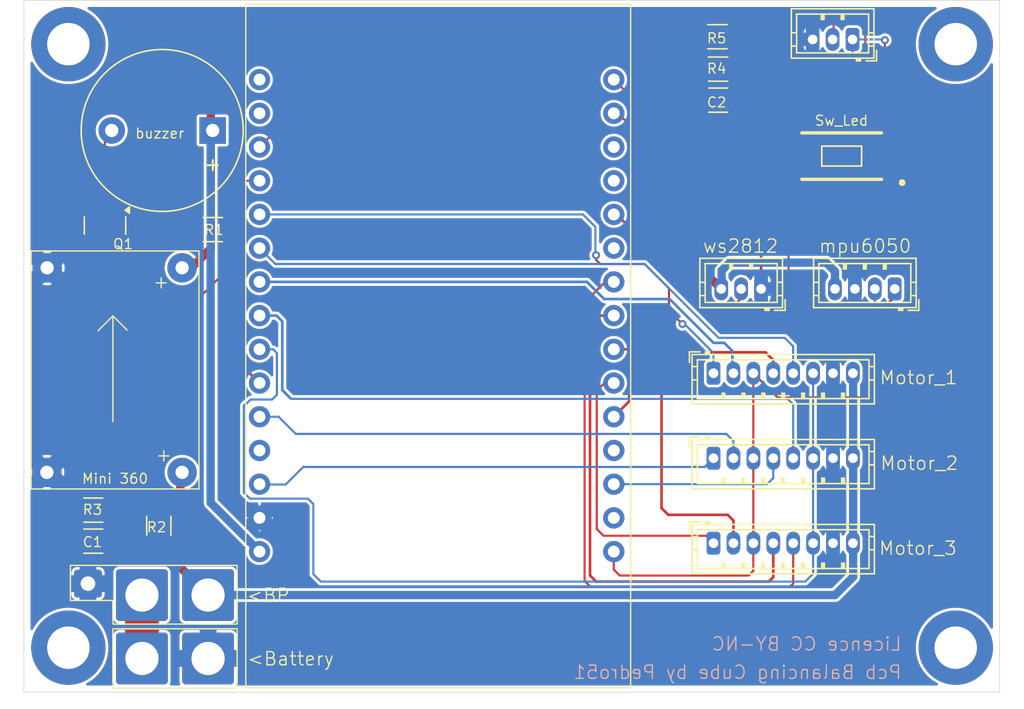
<source format=kicad_pcb>
(kicad_pcb (version 20241229) (generator "pcbnew") (generator_version "9.0")
  (layers (0 "F.Cu" signal) (2 "B.Cu" signal) (13 "F.Paste" user) (15 "B.Paste" user) (5 "F.SilkS" user "F.Silkscreen") (7 "B.SilkS" user "B.Silkscreen") (1 "F.Mask" user) (3 "B.Mask" user) (25 "Edge.Cuts" user))
  (net 0 "")
  (net 1 "+BATT")
  (net 2 "-BATT")
  (net 3 "Net-(BZ1--)")
  (net 4 "Net-(Q1-B)")
  (net 5 "+5V")
  (net 6 "Adc batt")
  (net 7 "Net-(J2-Pin_1)")
  (net 8 "Net-(J6-Pin_5)")
  (net 9 "Net-(J6-Pin_6)")
  (net 10 "Net-(J6-Pin_2)")
  (net 11 "Net-(J6-Pin_4)")
  (net 12 "Net-(J7-Pin_5)")
  (net 13 "Net-(J7-Pin_4)")
  (net 14 "Net-(J7-Pin_1)")
  (net 15 "Net-(J7-Pin_2)")
  (net 16 "Net-(J8-Pin_4)")
  (net 17 "Net-(J8-Pin_2)")
  (net 18 "Net-(J8-Pin_5)")
  (net 19 "Net-(J8-Pin_1)")
  (net 20 "unconnected-(U2-D19-Pad25)")
  (net 22 "unconnected-(U2-D2-Pad19)")
  (net 23 "SDA")
  (net 24 "SCL")
  (net 25 "WS2812")
  (net 26 "cmd buzzer")
  (net 32 "Net-(J6-Pin_1)")
  (net 33 "Push_Led")
  (net 34 "+3.3V")
  (net 35 "Net-(J14-Pin_2)")
  (footprint "Capacitor_SMD:C_1206_3216Metric" (layer "F.Cu") (at 118.9736 109.0676 180)
    (property "Reference" "C1" (hide yes))
    (property "Value" "100nf" (hide yes))
    (pad "1" smd roundrect (at -1.475 0 180) (size 1.15 1.8) (layers "F.Cu" "F.Mask" "F.Paste") (roundrect_rratio 0.217391) (net 6 "Adc batt"))
    (pad "2" smd roundrect (at 1.475 0 180) (size 1.15 1.8) (layers "F.Cu" "F.Mask" "F.Paste") (roundrect_rratio 0.217391) (net 2 "-BATT"))
  )
  (footprint "Connector_Wire:SolderWire-2sqmm_1x01_D2mm_OD3.9mm" (layer "F.Cu") (at 127.6096 113.1316)
    (property "Reference" "J1" (hide yes))
    (property "Value" "Conn_01x01" (hide yes))
    (pad "1" thru_hole roundrect (at 0 0) (size 3.9 3.9) (drill 2.5) (layers "*.Cu" "*.Mask") (roundrect_rratio 0.064103) (net 1 "+BATT"))
  )
  (footprint "Connector_JST:JST_ZH_B8B-ZR_1x08_P1.50mm_Vertical" (layer "F.Cu") (at 165.6588 109.22)
    (property "Reference" "J8" (hide yes))
    (property "Value" "Conn_01x08_Pin" (hide yes))
    (pad "1" thru_hole roundrect (at 0 0) (size 1.03 1.73) (drill 0.73) (layers "*.Cu" "*.Mask") (roundrect_rratio 0.242718) (net 19 "Net-(J8-Pin_1)"))
    (pad "2" thru_hole oval (at 1.5 0) (size 1.03 1.73) (drill 0.73) (layers "*.Cu" "*.Mask") (net 17 "Net-(J8-Pin_2)"))
    (pad "3" thru_hole oval (at 3 0) (size 1.03 1.73) (drill 0.73) (layers "*.Cu" "*.Mask") (net 34 "+3.3V"))
    (pad "4" thru_hole oval (at 4.5 0) (size 1.03 1.73) (drill 0.73) (layers "*.Cu" "*.Mask") (net 16 "Net-(J8-Pin_4)"))
    (pad "5" thru_hole oval (at 6 0) (size 1.03 1.73) (drill 0.73) (layers "*.Cu" "*.Mask") (net 18 "Net-(J8-Pin_5)"))
    (pad "6" thru_hole oval (at 7.5 0) (size 1.03 1.73) (drill 0.73) (layers "*.Cu" "*.Mask") (net 9 "Net-(J6-Pin_6)"))
    (pad "7" thru_hole oval (at 9 0) (size 1.03 1.73) (drill 0.73) (layers "*.Cu" "*.Mask") (net 2 "-BATT"))
    (pad "8" thru_hole oval (at 10.5 0) (size 1.03 1.73) (drill 0.73) (layers "*.Cu" "*.Mask") (net 1 "+BATT"))
  )
  (footprint "Capacitor_SMD:C_1206_3216Metric" (layer "F.Cu") (at 166.0162 75.8444)
    (property "Reference" "C2" (hide yes))
    (property "Value" "100nf" (hide yes))
    (pad "1" smd roundrect (at -1.475 0) (size 1.15 1.8) (layers "F.Cu" "F.Mask" "F.Paste") (roundrect_rratio 0.217391) (net 33 "Push_Led"))
    (pad "2" smd roundrect (at 1.475 0) (size 1.15 1.8) (layers "F.Cu" "F.Mask" "F.Paste") (roundrect_rratio 0.217391) (net 2 "-BATT"))
  )
  (footprint "Connector_JST:JST_ZH_B8B-ZR_1x08_P1.50mm_Vertical" (layer "F.Cu") (at 165.6588 102.8192)
    (property "Reference" "J7" (hide yes))
    (property "Value" "Conn_01x08_Pin" (hide yes))
    (pad "1" thru_hole roundrect (at 0 0) (size 1.03 1.73) (drill 0.73) (layers "*.Cu" "*.Mask") (roundrect_rratio 0.242718) (net 14 "Net-(J7-Pin_1)"))
    (pad "2" thru_hole oval (at 1.5 0) (size 1.03 1.73) (drill 0.73) (layers "*.Cu" "*.Mask") (net 15 "Net-(J7-Pin_2)"))
    (pad "3" thru_hole oval (at 3 0) (size 1.03 1.73) (drill 0.73) (layers "*.Cu" "*.Mask") (net 34 "+3.3V"))
    (pad "4" thru_hole oval (at 4.5 0) (size 1.03 1.73) (drill 0.73) (layers "*.Cu" "*.Mask") (net 13 "Net-(J7-Pin_4)"))
    (pad "5" thru_hole oval (at 6 0) (size 1.03 1.73) (drill 0.73) (layers "*.Cu" "*.Mask") (net 12 "Net-(J7-Pin_5)"))
    (pad "6" thru_hole oval (at 7.5 0) (size 1.03 1.73) (drill 0.73) (layers "*.Cu" "*.Mask") (net 9 "Net-(J6-Pin_6)"))
    (pad "7" thru_hole oval (at 9 0) (size 1.03 1.73) (drill 0.73) (layers "*.Cu" "*.Mask") (net 2 "-BATT"))
    (pad "8" thru_hole oval (at 10.5 0) (size 1.03 1.73) (drill 0.73) (layers "*.Cu" "*.Mask") (net 1 "+BATT"))
  )
  (footprint "Capacitor_SMD:C_1206_3216Metric" (layer "F.Cu") (at 123.9012 107.8992 90)
    (property "Reference" "R2" (hide yes))
    (property "Value" "33k" (hide yes))
    (pad "1" smd roundrect (at -1.475 0 90) (size 1.15 1.8) (layers "F.Cu" "F.Mask" "F.Paste") (roundrect_rratio 0.217391) (net 1 "+BATT"))
    (pad "2" smd roundrect (at 1.475 0 90) (size 1.15 1.8) (layers "F.Cu" "F.Mask" "F.Paste") (roundrect_rratio 0.217391) (net 6 "Adc batt"))
  )
  (footprint "Package_TO_SOT_SMD:SOT-23" (layer "F.Cu") (at 119.8513 85.2932 -90)
    (property "Reference" "Q1" (hide yes))
    (property "Value" "MMBT2222A" (hide yes))
    (pad "1" smd roundrect (at -0.9375 -0.95 270) (size 1.475 0.6) (layers "F.Cu" "F.Mask" "F.Paste") (net 4 "Net-(Q1-B)"))
    (pad "2" smd roundrect (at -0.9375 0.95 270) (size 1.475 0.6) (layers "F.Cu" "F.Mask" "F.Paste") (net 2 "-BATT"))
    (pad "3" smd roundrect (at 0.9375 0 270) (size 1.475 0.6) (layers "F.Cu" "F.Mask" "F.Paste") (net 3 "Net-(BZ1--)"))
  )
  (footprint "MesEmpreintes:DCDC buck" (layer "F.Cu") (at 120.5742 85.936)
    (property "Reference" "U1" (hide yes))
    (property "Value" "5v" (hide yes))
    (pad "1" thru_hole circle (at 5.08 17.95) (size 2.22 2.22) (drill 1) (layers "*.Cu" "*.Mask") (net 1 "+BATT"))
    (pad "2" thru_hole circle (at -5.1 17.95) (size 2.22 2.22) (drill 1) (layers "*.Cu" "*.Mask") (net 2 "-BATT"))
    (pad "3" thru_hole circle (at 5.08 2.54) (size 2.22 2.22) (drill 1) (layers "*.Cu" "*.Mask") (net 5 "+5V"))
    (pad "4" thru_hole circle (at -5.08 2.54) (size 2.22 2.22) (drill 1) (layers "*.Cu" "*.Mask") (net 2 "-BATT"))
  )
  (footprint "Resistor_SMD:R_1206_3216Metric" (layer "F.Cu") (at 166.0037 73.5076)
    (property "Reference" "R4" (hide yes))
    (property "Value" "10k" (hide yes))
    (pad "1" smd roundrect (at -1.4625 0) (size 1.125 1.75) (layers "F.Cu" "F.Mask" "F.Paste") (roundrect_rratio 0.222222) (net 33 "Push_Led"))
    (pad "2" smd roundrect (at 1.4625 0) (size 1.125 1.75) (layers "F.Cu" "F.Mask" "F.Paste") (roundrect_rratio 0.222222) (net 34 "+3.3V"))
  )
  (footprint "Connector_JST:JST_ZH_B8B-ZR_1x08_P1.50mm_Vertical" (layer "F.Cu") (at 165.656 96.4184)
    (property "Reference" "J6" (hide yes))
    (property "Value" "Conn_01x08_Pin" (hide yes))
    (pad "1" thru_hole roundrect (at 0 0) (size 1.03 1.73) (drill 0.73) (layers "*.Cu" "*.Mask") (roundrect_rratio 0.242718) (net 32 "Net-(J6-Pin_1)"))
    (pad "2" thru_hole oval (at 1.5 0) (size 1.03 1.73) (drill 0.73) (layers "*.Cu" "*.Mask") (net 10 "Net-(J6-Pin_2)"))
    (pad "3" thru_hole oval (at 3 0) (size 1.03 1.73) (drill 0.73) (layers "*.Cu" "*.Mask") (net 34 "+3.3V"))
    (pad "4" thru_hole oval (at 4.5 0) (size 1.03 1.73) (drill 0.73) (layers "*.Cu" "*.Mask") (net 11 "Net-(J6-Pin_4)"))
    (pad "5" thru_hole oval (at 6 0) (size 1.03 1.73) (drill 0.73) (layers "*.Cu" "*.Mask") (net 8 "Net-(J6-Pin_5)"))
    (pad "6" thru_hole oval (at 7.5 0) (size 1.03 1.73) (drill 0.73) (layers "*.Cu" "*.Mask") (net 9 "Net-(J6-Pin_6)"))
    (pad "7" thru_hole oval (at 9 0) (size 1.03 1.73) (drill 0.73) (layers "*.Cu" "*.Mask") (net 2 "-BATT"))
    (pad "8" thru_hole oval (at 10.5 0) (size 1.03 1.73) (drill 0.73) (layers "*.Cu" "*.Mask") (net 1 "+BATT"))
  )
  (footprint "Connector_Wire:SolderWire-0.5sqmm_1x01_D0.9mm_OD2.1mm" (layer "F.Cu") (at 118.5672 112.268)
    (property "Reference" "J5" (hide yes))
    (property "Value" "Conn_01x01" (hide yes))
    (pad "1" thru_hole roundrect (at 0 0) (size 2.1 2.1) (drill 1.1) (layers "*.Cu" "*.Mask") (roundrect_rratio 0.119048) (net 2 "-BATT"))
  )
  (footprint "Connector_Wire:SolderWire-2sqmm_1x01_D2mm_OD3.9mm" (layer "F.Cu") (at 122.6312 113.1316)
    (property "Reference" "J2" (hide yes))
    (property "Value" "Conn_01x01" (hide yes))
    (pad "1" thru_hole roundrect (at 0 0) (size 3.9 3.9) (drill 2.5) (layers "*.Cu" "*.Mask") (roundrect_rratio 0.064103) (net 7 "Net-(J2-Pin_1)"))
  )
  (footprint "Connector_Wire:SolderWire-2sqmm_1x01_D2mm_OD3.9mm" (layer "F.Cu") (at 122.6312 117.9068)
    (property "Reference" "J3" (hide yes))
    (property "Value" "Conn_01x01" (hide yes))
    (pad "1" thru_hole roundrect (at 0 0) (size 3.9 3.9) (drill 2.5) (layers "*.Cu" "*.Mask") (roundrect_rratio 0.064103) (net 7 "Net-(J2-Pin_1)"))
  )
  (footprint "Connector_JST:JST_ZH_B3B-ZR_1x03_P1.50mm_Vertical" (layer "F.Cu") (at 176.1264 71.2724 180)
    (property "Reference" "J14" (hide yes))
    (property "Value" "Conn_01x03_Pin" (hide yes))
    (pad "1" thru_hole roundrect (at 0 0 180) (size 1.03 1.73) (drill 0.73) (layers "*.Cu" "*.Mask") (roundrect_rratio 0.242718) (net 34 "+3.3V"))
    (pad "2" thru_hole oval (at 1.5 0 180) (size 1.03 1.73) (drill 0.73) (layers "*.Cu" "*.Mask") (net 35 "Net-(J14-Pin_2)"))
    (pad "3" thru_hole oval (at 3 0 180) (size 1.03 1.73) (drill 0.73) (layers "*.Cu" "*.Mask") (net 2 "-BATT"))
  )
  (footprint "Capacitor_SMD:C_1206_3216Metric" (layer "F.Cu") (at 118.9736 106.7308 180)
    (property "Reference" "R3" (hide yes))
    (property "Value" "10k" (hide yes))
    (pad "1" smd roundrect (at -1.475 0 180) (size 1.15 1.8) (layers "F.Cu" "F.Mask" "F.Paste") (roundrect_rratio 0.217391) (net 6 "Adc batt"))
    (pad "2" smd roundrect (at 1.475 0 180) (size 1.15 1.8) (layers "F.Cu" "F.Mask" "F.Paste") (roundrect_rratio 0.217391) (net 2 "-BATT"))
  )
  (footprint "Resistor_SMD:R_1206_3216Metric" (layer "F.Cu") (at 127.9652 85.598 180)
    (property "Reference" "R1" (hide yes))
    (property "Value" "1k" (hide yes))
    (pad "1" smd roundrect (at -1.4625 0 180) (size 1.125 1.75) (layers "F.Cu" "F.Mask" "F.Paste") (roundrect_rratio 0.222222) (net 26 "cmd buzzer"))
    (pad "2" smd roundrect (at 1.4625 0 180) (size 1.125 1.75) (layers "F.Cu" "F.Mask" "F.Paste") (roundrect_rratio 0.222222) (net 4 "Net-(Q1-B)"))
  )
  (footprint "MountingHole:MountingHole_3.2mm_M3_DIN965_Pad" (layer "F.Cu") (at 183.896 117.094)
    (property "Reference" "H4" (hide yes))
    (property "Value" "MountingHole")
    (pad "1" thru_hole circle (at 0 0) (size 5.6 5.6) (drill 3.2) (layers "*.Cu" "*.Mask"))
  )
  (footprint "Resistor_SMD:R_1206_3216Metric" (layer "F.Cu") (at 165.9529 71.0692 180)
    (property "Reference" "R5" (hide yes))
    (property "Value" "1k" (hide yes))
    (pad "1" smd roundrect (at -1.4625 0 180) (size 1.125 1.75) (layers "F.Cu" "F.Mask" "F.Paste") (roundrect_rratio 0.222222) (net 35 "Net-(J14-Pin_2)"))
    (pad "2" smd roundrect (at 1.4625 0 180) (size 1.125 1.75) (layers "F.Cu" "F.Mask" "F.Paste") (roundrect_rratio 0.222222) (net 33 "Push_Led"))
  )
  (footprint "MountingHole:MountingHole_3.2mm_M3_DIN965_Pad" (layer "F.Cu") (at 117.094 71.628)
    (property "Reference" "H1" (hide yes))
    (property "Value" "MountingHole")
    (pad "1" thru_hole circle (at 0 0) (size 5.6 5.6) (drill 3.2) (layers "*.Cu" "*.Mask"))
  )
  (footprint "Connector_JST:JST_ZH_B4B-ZR_1x04_P1.50mm_Vertical" (layer "F.Cu") (at 179.3028 90.0684 180)
    (property "Reference" "J12" (hide yes))
    (property "Value" "Conn_01x04_Pin" (hide yes))
    (pad "1" thru_hole roundrect (at 0 0 180) (size 1.03 1.73) (drill 0.73) (layers "*.Cu" "*.Mask") (roundrect_rratio 0.242718) (net 23 "SDA"))
    (pad "2" thru_hole oval (at 1.5 0 180) (size 1.03 1.73) (drill 0.73) (layers "*.Cu" "*.Mask") (net 24 "SCL"))
    (pad "3" thru_hole oval (at 3 0 180) (size 1.03 1.73) (drill 0.73) (layers "*.Cu" "*.Mask") (net 2 "-BATT"))
    (pad "4" thru_hole oval (at 4.5 0 180) (size 1.03 1.73) (drill 0.73) (layers "*.Cu" "*.Mask") (net 5 "+5V"))
  )
  (footprint "Connector_JST:JST_ZH_B3B-ZR_1x03_P1.50mm_Vertical" (layer "F.Cu") (at 169.2416 90.0684 180)
    (property "Reference" "J13" (hide yes))
    (property "Value" "Conn_01x03_Pin" (hide yes))
    (pad "1" thru_hole roundrect (at 0 0 180) (size 1.03 1.73) (drill 0.73) (layers "*.Cu" "*.Mask") (roundrect_rratio 0.242718) (net 2 "-BATT"))
    (pad "2" thru_hole oval (at 1.5 0 180) (size 1.03 1.73) (drill 0.73) (layers "*.Cu" "*.Mask") (net 25 "WS2812"))
    (pad "3" thru_hole oval (at 3 0 180) (size 1.03 1.73) (drill 0.73) (layers "*.Cu" "*.Mask") (net 5 "+5V"))
  )
  (footprint "MountingHole:MountingHole_3.2mm_M3_DIN965_Pad" (layer "F.Cu") (at 117.094 117.094)
    (property "Reference" "H3" (hide yes))
    (property "Value" "MountingHole")
    (pad "1" thru_hole circle (at 0 0) (size 5.6 5.6) (drill 3.2) (layers "*.Cu" "*.Mask"))
  )
  (footprint "Connector_Wire:SolderWire-2sqmm_1x01_D2mm_OD3.9mm" (layer "F.Cu") (at 127.6096 117.9068)
    (property "Reference" "J4" (hide yes))
    (property "Value" "Conn_01x01" (hide yes))
    (pad "1" thru_hole roundrect (at 0 0) (size 3.9 3.9) (drill 2.5) (layers "*.Cu" "*.Mask") (roundrect_rratio 0.064103) (net 2 "-BATT"))
  )
  (footprint "MountingHole:MountingHole_3.2mm_M3_DIN965_Pad" (layer "F.Cu") (at 183.896 71.628)
    (property "Reference" "H2" (hide yes))
    (property "Value" "MountingHole")
    (pad "1" thru_hole circle (at 0 0) (size 5.6 5.6) (drill 3.2) (layers "*.Cu" "*.Mask"))
  )
  (footprint "Buzzer_Beeper:Buzzer_12x9.5RM7.6" (layer "F.Cu") (at 127.9552 78.1304 180)
    (property "Reference" "BZ1" (hide yes))
    (property "Value" "Buzzer" (hide yes))
    (fp_text user "+" (at -0.01 -2.54 0) (layer "F.SilkS"))
    (pad "1" thru_hole rect (at 0 0 180) (size 2 2) (drill 1) (layers "*.Cu" "*.Mask") (net 5 "+5V"))
    (pad "2" thru_hole circle (at 7.6 0 180) (size 2 2) (drill 1) (layers "*.Cu" "*.Mask") (net 3 "Net-(BZ1--)"))
  )
  (footprint "MesEmpreintes:esp module 30pins" (layer "F.Cu") (at 145.4526 94.6162)
    (property "Reference" "U2" (hide yes))
    (property "Value" "~")
    (pad "1" thru_hole circle (at -13.97 -20.32) (size 1.6 1.6) (drill 0.9) (layers "*.Cu" "*.Mask"))
    (pad "2" thru_hole circle (at -13.97 -17.78) (size 1.6 1.6) (drill 0.9) (layers "*.Cu" "*.Mask"))
    (pad "3" thru_hole circle (at -13.97 -15.24) (size 1.6 1.6) (drill 0.9) (layers "*.Cu" "*.Mask") (net 33 "Push_Led"))
    (pad "4" thru_hole circle (at -13.97 -12.7) (size 1.6 1.6) (drill 0.9) (layers "*.Cu" "*.Mask") (net 6 "Adc batt"))
    (pad "5" thru_hole circle (at -13.97 -10.16) (size 1.6 1.6) (drill 0.9) (layers "*.Cu" "*.Mask") (net 32 "Net-(J6-Pin_1)"))
    (pad "6" thru_hole circle (at -13.97 -7.62) (size 1.6 1.6) (drill 0.9) (layers "*.Cu" "*.Mask") (net 8 "Net-(J6-Pin_5)"))
    (pad "7" thru_hole circle (at -13.97 -5.08) (size 1.6 1.6) (drill 0.9) (layers "*.Cu" "*.Mask") (net 10 "Net-(J6-Pin_2)"))
    (pad "8" thru_hole circle (at -13.97 -2.54) (size 1.6 1.6) (drill 0.9) (layers "*.Cu" "*.Mask") (net 12 "Net-(J7-Pin_5)"))
    (pad "9" thru_hole circle (at -13.97 0) (size 1.6 1.6) (drill 0.9) (layers "*.Cu" "*.Mask") (net 9 "Net-(J6-Pin_6)"))
    (pad "10" thru_hole circle (at -13.97 2.54) (size 1.6 1.6) (drill 0.9) (layers "*.Cu" "*.Mask") (net 26 "cmd buzzer"))
    (pad "11" thru_hole circle (at -13.97 5.08) (size 1.6 1.6) (drill 0.9) (layers "*.Cu" "*.Mask") (net 15 "Net-(J7-Pin_2)"))
    (pad "12" thru_hole circle (at -13.97 7.62) (size 1.6 1.6) (drill 0.9) (layers "*.Cu" "*.Mask"))
    (pad "13" thru_hole circle (at -13.97 10.16) (size 1.6 1.6) (drill 0.9) (layers "*.Cu" "*.Mask") (net 14 "Net-(J7-Pin_1)"))
    (pad "14" thru_hole circle (at -13.97 12.7) (size 1.6 1.6) (drill 0.9) (layers "*.Cu" "*.Mask") (net 2 "-BATT"))
    (pad "15" thru_hole circle (at -13.97 15.24) (size 1.6 1.6) (drill 0.9) (layers "*.Cu" "*.Mask") (net 5 "+5V"))
    (pad "16" thru_hole circle (at 12.7 15.24) (size 1.6 1.6) (drill 0.9) (layers "*.Cu" "*.Mask") (net 34 "+3.3V"))
    (pad "17" thru_hole circle (at 12.7 12.7) (size 1.6 1.6) (drill 0.9) (layers "*.Cu" "*.Mask"))
    (pad "18" thru_hole circle (at 12.7 10.16) (size 1.6 1.6) (drill 0.9) (layers "*.Cu" "*.Mask") (net 13 "Net-(J7-Pin_4)"))
    (pad "19" thru_hole circle (at 12.7 7.62) (size 1.6 1.6) (drill 0.9) (layers "*.Cu" "*.Mask") (net 22 "unconnected-(U2-D2-Pad19)"))
    (pad "20" thru_hole circle (at 12.7 5.08) (size 1.6 1.6) (drill 0.9) (layers "*.Cu" "*.Mask") (net 11 "Net-(J6-Pin_4)"))
    (pad "21" thru_hole circle (at 12.7 2.54) (size 1.6 1.6) (drill 0.9) (layers "*.Cu" "*.Mask") (net 19 "Net-(J8-Pin_1)"))
    (pad "22" thru_hole circle (at 12.7 0) (size 1.6 1.6) (drill 0.9) (layers "*.Cu" "*.Mask") (net 17 "Net-(J8-Pin_2)"))
    (pad "23" thru_hole circle (at 12.7 -2.54) (size 1.6 1.6) (drill 0.9) (layers "*.Cu" "*.Mask") (net 16 "Net-(J8-Pin_4)"))
    (pad "24" thru_hole circle (at 12.7 -5.08) (size 1.6 1.6) (drill 0.9) (layers "*.Cu" "*.Mask") (net 18 "Net-(J8-Pin_5)"))
    (pad "25" thru_hole circle (at 12.7 -7.62) (size 1.6 1.6) (drill 0.9) (layers "*.Cu" "*.Mask") (net 20 "unconnected-(U2-D19-Pad25)"))
    (pad "26" thru_hole circle (at 12.7 -10.16) (size 1.6 1.6) (drill 0.9) (layers "*.Cu" "*.Mask") (net 23 "SDA"))
    (pad "27" thru_hole circle (at 12.7 -12.7) (size 1.6 1.6) (drill 0.9) (layers "*.Cu" "*.Mask"))
    (pad "28" thru_hole circle (at 12.7 -15.24) (size 1.6 1.6) (drill 0.9) (layers "*.Cu" "*.Mask"))
    (pad "29" thru_hole circle (at 12.7 -17.78) (size 1.6 1.6) (drill 0.9) (layers "*.Cu" "*.Mask") (net 24 "SCL"))
    (pad "30" thru_hole circle (at 12.7 -20.32) (size 1.6 1.6) (drill 0.9) (layers "*.Cu" "*.Mask") (net 25 "WS2812"))
  )
  (footprint "MesEmpreintes:SW_RS-032G05A3-SMRT" (layer "F.Cu") (at 175.3108 80.0608 180)
    (property "Reference" "SW2" (hide yes))
    (property "Value" "SW_Push" (hide yes))
    (pad "1" smd rect (at -4 0 180) (size 2 2) (layers "F.Cu" "F.Mask" "F.Paste") (net 2 "-BATT"))
    (pad "2" smd rect (at 4 0 180) (size 2 2) (layers "F.Cu" "F.Mask" "F.Paste") (net 33 "Push_Led"))
  )
  (gr_poly (pts (xy 117.2464 110.8964) (xy 129.794 110.8964) (xy 129.794 115.316) (xy 120.4468 115.316) (xy 120.4468 113.538) (xy 117.2464 113.538)) (stroke (width 0.1)) (fill no) (layer "F.SilkS"))
  (gr_line (start 120.4468 92.1004) (end 121.5136 93.1672) (stroke (width 0.1)) (layer "F.SilkS"))
  (gr_line (start 120.4468 92.1004) (end 119.3292 93.218) (stroke (width 0.1)) (layer "F.SilkS"))
  (gr_line (start 120.4468 100.076) (end 120.4468 92.1004) (stroke (width 0.1)) (layer "F.SilkS"))
  (gr_rect (start 120.4468 115.6716) (end 129.794 120.142) (stroke (width 0.1)) (fill no) (layer "F.SilkS"))
  (gr_rect (start 113.7412 68.326) (end 187.198 120.4468) (stroke (width 0.05)) (fill no) (layer "Edge.Cuts"))
  (gr_text "<Battery" (at 130.5052 118.5164 0) (layer "F.SilkS") (effects (font (size 1 1) (thickness 0.1)) (justify left bottom)))
  (gr_text "R4" (at 165.1 73.914 0) (layer "F.SilkS") (effects (font (size 0.75 0.75) (thickness 0.1)) (justify left bottom)))
  (gr_text "R2" (at 122.936 108.458 0) (layer "F.SilkS") (effects (font (size 0.75 0.75) (thickness 0.1)) (justify left bottom)))
  (gr_text "Sw_Led" (at 173.228 77.8256 0) (layer "F.SilkS") (effects (font (size 0.75 0.75) (thickness 0.1)) (justify left bottom)))
  (gr_text "R1" (at 127.254 86.0552 0) (layer "F.SilkS") (effects (font (size 0.75 0.75) (thickness 0.1)) (justify left bottom)))
  (gr_text "Motor_1" (at 178.1048 97.3328 0) (layer "F.SilkS") (effects (font (size 1 1) (thickness 0.1)) (justify left bottom)))
  (gr_text "Motor_3" (at 178.054 110.1852 0) (layer "F.SilkS") (effects (font (size 1 1) (thickness 0.1)) (justify left bottom)))
  (gr_text "C1" (at 118.11 109.5756 0) (layer "F.SilkS") (effects (font (size 0.75 0.75) (thickness 0.1)) (justify left bottom)))
  (gr_text "Q1" (at 120.396 87.122 0) (layer "F.SilkS") (effects (font (size 0.75 0.75) (thickness 0.1)) (justify left bottom)))
  (gr_text "R3" (at 118.11 107.1372 0) (layer "F.SilkS") (effects (font (size 0.75 0.75) (thickness 0.1)) (justify left bottom)))
  (gr_text "<BP" (at 130.4544 113.7412 0) (layer "F.SilkS") (effects (font (size 1 1) (thickness 0.1)) (justify left bottom)))
  (gr_text "ws2812" (at 164.7952 87.4268 0) (layer "F.SilkS") (effects (font (size 1 1) (thickness 0.1)) (justify left bottom)))
  (gr_text "+\n" (at 123.3932 90.1192 0) (layer "F.SilkS") (effects (font (size 1 1) (thickness 0.1)) (justify left bottom)))
  (gr_text "mpu6050" (at 173.5328 87.4268 0) (layer "F.SilkS") (effects (font (size 1 1) (thickness 0.1)) (justify left bottom)))
  (gr_text "buzzer" (at 122.0724 78.7908 0) (layer "F.SilkS") (effects (font (size 0.75 0.75) (thickness 0.1)) (justify left bottom)))
  (gr_text "Mini 360" (at 118.0592 104.8004 0) (layer "F.SilkS") (effects (font (size 0.75 0.75) (thickness 0.1)) (justify left bottom)))
  (gr_text "Motor_2" (at 178.1556 103.7844 0) (layer "F.SilkS") (effects (font (size 1 1) (thickness 0.1)) (justify left bottom)))
  (gr_text "+\n\n\n" (at 123.5964 106.3752 0) (layer "F.SilkS") (effects (font (size 1 1) (thickness 0.1)) (justify left bottom)))
  (gr_text "R5" (at 165.1 71.628 0) (layer "F.SilkS") (effects (font (size 0.75 0.75) (thickness 0.1)) (justify left bottom)))
  (gr_text "C2" (at 165.1 76.454 0) (layer "F.SilkS") (effects (font (size 0.75 0.75) (thickness 0.1)) (justify left bottom)))
  (gr_text "Licence CC BY-NC" (at 179.8828 117.3988 0) (layer "B.SilkS") (effects (font (size 1 1) (thickness 0.1)) (justify left bottom mirror)))
  (gr_text "Pcb Balancing Cube by Pedro51" (at 179.8828 119.5324 0) (layer "B.SilkS") (effects (font (size 1 1) (thickness 0.1)) (justify left bottom mirror)))
  (segment (start 123.9012 109.3742) (end 123.9012 109.4232) (width 0.63) (layer "F.Cu") (net 1))
  (segment (start 176.3484 96.32) (end 176.3516 96.3168) (width 0.16) (layer "F.Cu") (net 1))
  (segment (start 125.5268 107.7486) (end 123.9012 109.3742) (width 0.63) (layer "F.Cu") (net 1))
  (segment (start 123.9012 109.4232) (end 127.6096 113.1316) (width 0.63) (layer "F.Cu") (net 1))
  (segment (start 125.6542 103.886) (end 125.5268 104.0134) (width 0.63) (layer "F.Cu") (net 1))
  (segment (start 125.5268 104.0134) (end 125.5268 107.7486) (width 0.63) (layer "F.Cu") (net 1))
  (segment (start 176.3516 96.3168) (end 176.3516 95.6812) (width 0.16) (layer "B.Cu") (net 1))
  (segment (start 176.1744 111.76) (end 176.1744 96.4368) (width 0.63) (layer "B.Cu") (net 1))
  (segment (start 127.6096 113.1316) (end 174.8028 113.1316) (width 0.63) (layer "B.Cu") (net 1))
  (segment (start 174.8028 113.1316) (end 176.1744 111.76) (width 0.63) (layer "B.Cu") (net 1))
  (segment (start 176.1744 96.4368) (end 176.156 96.4184) (width 0.63) (layer "B.Cu") (net 1))
  (segment (start 117.4986 109.0676) (end 117.4986 105.0526) (width 0.16) (layer "F.Cu") (net 2))
  (segment (start 176.3268 90.0444) (end 176.3028 90.0684) (width 0.16) (layer "F.Cu") (net 2))
  (segment (start 115.4942 87.7628) (end 115.4942 88.476) (width 0.2) (layer "F.Cu") (net 2))
  (segment (start 117.4986 105.0526) (end 116.332 103.886) (width 0.16) (layer "F.Cu") (net 2))
  (segment (start 169.2416 90.0684) (end 169.2416 77.5948) (width 0.2) (layer "F.Cu") (net 2))
  (segment (start 167.7416 76.0948) (end 167.4912 75.8444) (width 0.16) (layer "F.Cu") (net 2))
  (segment (start 178.5864 85.8784) (end 176.3268 88.138) (width 0.16) (layer "F.Cu") (net 2))
  (segment (start 178.5864 80.7852) (end 178.5864 85.8784) (width 0.2) (layer "F.Cu") (net 2))
  (segment (start 118.9013 84.3557) (end 115.4942 87.7628) (width 0.2) (layer "F.Cu") (net 2))
  (segment (start 176.3268 88.138) (end 176.3268 90.0444) (width 0.16) (layer "F.Cu") (net 2))
  (segment (start 169.2416 77.5948) (end 167.4912 75.8444) (width 0.2) (layer "F.Cu") (net 2))
  (segment (start 179.3108 80.0608) (end 178.5864 80.7852) (width 0.2) (layer "F.Cu") (net 2))
  (segment (start 119.8513 86.2307) (end 119.8372 86.2166) (width 0.16) (layer "F.Cu") (net 3))
  (segment (start 119.8372 86.2166) (end 119.8372 78.496) (width 0.16) (layer "F.Cu") (net 3))
  (segment (start 119.8372 78.496) (end 120.2028 78.1304) (width 0.16) (layer "F.Cu") (net 3))
  (segment (start 124.8202 84.1294) (end 126.2888 85.598) (width 0.16) (layer "F.Cu") (net 4))
  (segment (start 121.0276 84.1294) (end 124.8202 84.1294) (width 0.16) (layer "F.Cu") (net 4))
  (segment (start 120.8013 84.3557) (end 121.0276 84.1294) (width 0.16) (layer "F.Cu") (net 4))
  (segment (start 162.1536 73.5076) (end 162.1536 85.9804) (width 0.63) (layer "F.Cu") (net 5))
  (segment (start 127.4572 78.6284) (end 127.9552 78.1304) (width 0.63) (layer "F.Cu") (net 5))
  (segment (start 127.8128 78.1204) (end 127.8128 73.7108) (width 0.63) (layer "F.Cu") (net 5))
  (segment (start 160.5788 71.9328) (end 162.1536 73.5076) (width 0.63) (layer "F.Cu") (net 5))
  (segment (start 129.5908 71.9328) (end 160.5788 71.9328) (width 0.63) (layer "F.Cu") (net 5))
  (segment (start 125.6542 88.476) (end 126.3572 88.476) (width 0.63) (layer "F.Cu") (net 5))
  (segment (start 127.8128 73.7108) (end 129.5908 71.9328) (width 0.63) (layer "F.Cu") (net 5))
  (segment (start 127.8028 78.1304) (end 127.8128 78.1204) (width 0.63) (layer "F.Cu") (net 5))
  (segment (start 125.6542 88.476) (end 125.3236 88.1454) (width 0.63) (layer "F.Cu") (net 5))
  (segment (start 126.3572 88.476) (end 127.8128 87.0204) (width 0.63) (layer "F.Cu") (net 5))
  (segment (start 127.8128 87.0204) (end 127.8128 78.2728) (width 0.63) (layer "F.Cu") (net 5))
  (segment (start 162.1536 85.9804) (end 166.2416 90.0684) (width 0.63) (layer "F.Cu") (net 5))
  (segment (start 127.8128 78.2728) (end 127.9552 78.1304) (width 0.63) (layer "F.Cu") (net 5))
  (segment (start 174.1424 88.0872) (end 174.8028 88.7476) (width 0.63) (layer "B.Cu") (net 5))
  (segment (start 166.878 88.0872) (end 174.1424 88.0872) (width 0.63) (layer "B.Cu") (net 5))
  (segment (start 166.2416 90.0684) (end 166.2684 90.0416) (width 0.63) (layer "B.Cu") (net 5))
  (segment (start 166.2684 90.0416) (end 166.2684 88.6968) (width 0.63) (layer "B.Cu") (net 5))
  (segment (start 127.8028 106.1764) (end 131.4826 109.8562) (width 0.63) (layer "B.Cu") (net 5))
  (segment (start 174.8028 88.7476) (end 174.8028 90.0684) (width 0.63) (layer "B.Cu") (net 5))
  (segment (start 166.2684 88.6968) (end 166.878 88.0872) (width 0.63) (layer "B.Cu") (net 5))
  (segment (start 125.5268 88.3486) (end 125.6542 88.476) (width 0.63) (layer "B.Cu") (net 5))
  (segment (start 127.8028 78.1304) (end 127.8028 106.1764) (width 0.63) (layer "B.Cu") (net 5))
  (segment (start 131.4826 81.979) (end 131.4826 81.9162) (width 0.16) (layer "F.Cu") (net 6))
  (segment (start 128.5748 83.5152) (end 128.5748 89.1032) (width 0.16) (layer "F.Cu") (net 6))
  (segment (start 128.5748 89.1032) (end 123.9012 93.7768) (width 0.16) (layer "F.Cu") (net 6))
  (segment (start 123.9012 106.4242) (end 123.5946 106.7308) (width 0.16) (layer "F.Cu") (net 6))
  (segment (start 123.5946 106.7308) (end 120.4486 106.7308) (width 0.16) (layer "F.Cu") (net 6))
  (segment (start 130.1738 81.9162) (end 128.5748 83.5152) (width 0.16) (layer "F.Cu") (net 6))
  (segment (start 120.4486 106.7308) (end 120.4486 109.0676) (width 0.16) (layer "F.Cu") (net 6))
  (segment (start 123.9012 93.7768) (end 123.9012 106.4242) (width 0.16) (layer "F.Cu") (net 6))
  (segment (start 131.4826 81.9162) (end 130.1738 81.9162) (width 0.16) (layer "F.Cu") (net 6))
  (segment (start 122.6312 113.1316) (end 122.6312 117.9068) (width 2.54) (layer "F.Cu") (net 7))
  (segment (start 171.0192 93.7524) (end 171.6532 94.3864) (width 0.16) (layer "B.Cu") (net 8))
  (segment (start 166.0408 93.7524) (end 171.0192 93.7524) (width 0.16) (layer "B.Cu") (net 8))
  (segment (start 160.4772 88.1888) (end 166.0408 93.7524) (width 0.16) (layer "B.Cu") (net 8))
  (segment (start 171.6532 96.4156) (end 171.656 96.4184) (width 0.16) (layer "B.Cu") (net 8))
  (segment (start 132.6752 88.1888) (end 160.4772 88.1888) (width 0.16) (layer "B.Cu") (net 8))
  (segment (start 131.4826 86.9962) (end 132.6752 88.1888) (width 0.16) (layer "B.Cu") (net 8))
  (segment (start 171.6532 94.3864) (end 171.6532 96.4156) (width 0.16) (layer "B.Cu") (net 8))
  (segment (start 173.1588 96.4212) (end 173.156 96.4184) (width 0.16) (layer "F.Cu") (net 9))
  (segment (start 132.7912 94.8944) (end 132.7912 98.044) (width 0.16) (layer "B.Cu") (net 9))
  (segment (start 130.302 98.8568) (end 130.302 105.41) (width 0.16) (layer "B.Cu") (net 9))
  (segment (start 131.4826 94.6162) (end 132.513 94.6162) (width 0.16) (layer "B.Cu") (net 9))
  (segment (start 135.5344 106.2736) (end 135.5344 111.5568) (width 0.16) (layer "B.Cu") (net 9))
  (segment (start 132.7912 98.044) (end 132.4356 98.3996) (width 0.16) (layer "B.Cu") (net 9))
  (segment (start 130.81 98.3996) (end 130.5052 98.7044) (width 0.16) (layer "B.Cu") (net 9))
  (segment (start 173.1588 111.5244) (end 173.1588 109.22) (width 0.16) (layer "B.Cu") (net 9))
  (segment (start 135.5344 111.5568) (end 136.0932 112.1156) (width 0.16) (layer "B.Cu") (net 9))
  (segment (start 172.5676 112.1156) (end 173.1588 111.5244) (width 0.16) (layer "B.Cu") (net 9))
  (segment (start 135.128 105.8672) (end 135.5344 106.2736) (width 0.16) (layer "B.Cu") (net 9))
  (segment (start 132.4356 98.3996) (end 130.81 98.3996) (width 0.16) (layer "B.Cu") (net 9))
  (segment (start 136.0932 112.1156) (end 172.5676 112.1156) (width 0.16) (layer "B.Cu") (net 9))
  (segment (start 130.4544 98.7044) (end 130.302 98.8568) (width 0.16) (layer "B.Cu") (net 9))
  (segment (start 130.302 105.41) (end 130.7592 105.8672) (width 0.16) (layer "B.Cu") (net 9))
  (segment (start 132.513 94.6162) (end 132.7912 94.8944) (width 0.16) (layer "B.Cu") (net 9))
  (segment (start 130.5052 98.7044) (end 130.4544 98.7044) (width 0.16) (layer "B.Cu") (net 9))
  (segment (start 130.7592 105.8672) (end 135.128 105.8672) (width 0.16) (layer "B.Cu") (net 9))
  (segment (start 173.156 96.4184) (end 173.156 109.2172) (width 0.16) (layer "B.Cu") (net 9))
  (segment (start 173.156 109.2172) (end 173.1588 109.22) (width 0.16) (layer "B.Cu") (net 9))
  (segment (start 157.4292 90.8304) (end 162.3568 90.8304) (width 0.2) (layer "B.Cu") (net 10))
  (segment (start 165.6588 94.1324) (end 166.4716 94.1324) (width 0.2) (layer "B.Cu") (net 10))
  (segment (start 162.3568 90.8304) (end 165.6588 94.1324) (width 0.2) (layer "B.Cu") (net 10))
  (segment (start 166.4716 94.1324) (end 167.0812 94.742) (width 0.2) (layer "B.Cu") (net 10))
  (segment (start 156.135 89.5362) (end 157.4292 90.8304) (width 0.2) (layer "B.Cu") (net 10))
  (segment (start 131.4826 89.5362) (end 156.135 89.5362) (width 0.2) (layer "B.Cu") (net 10))
  (segment (start 167.0812 96.3436) (end 167.156 96.4184) (width 0.2) (layer "B.Cu") (net 10))
  (segment (start 167.0812 94.742) (end 167.0812 96.3436) (width 0.2) (layer "B.Cu") (net 10))
  (segment (start 158.8008 95.8596) (end 157.3784 95.8596) (width 0.2) (layer "F.Cu") (net 11))
  (segment (start 157.3784 95.8596) (end 156.8196 95.3008) (width 0.2) (layer "F.Cu") (net 11))
  (segment (start 159.3152 96.374) (end 158.8008 95.8596) (width 0.2) (layer "F.Cu") (net 11))
  (segment (start 160.4772 94.8436) (end 169.5704 94.8436) (width 0.2) (layer "F.Cu") (net 11))
  (segment (start 158.1526 99.6962) (end 159.3152 98.5336) (width 0.2) (layer "F.Cu") (net 11))
  (segment (start 159.0548 93.4212) (end 160.4772 94.8436) (width 0.2) (layer "F.Cu") (net 11))
  (segment (start 159.3152 98.5336) (end 159.3152 96.374) (width 0.2) (layer "F.Cu") (net 11))
  (segment (start 156.8196 93.726) (end 157.1244 93.4212) (width 0.2) (layer "F.Cu") (net 11))
  (segment (start 169.5704 94.8436) (end 170.156 95.4292) (width 0.2) (layer "F.Cu") (net 11))
  (segment (start 156.8196 95.3008) (end 156.8196 93.726) (width 0.2) (layer "F.Cu") (net 11))
  (segment (start 157.1244 93.4212) (end 159.0548 93.4212) (width 0.2) (layer "F.Cu") (net 11))
  (segment (start 170.156 95.4292) (end 170.156 96.4184) (width 0.2) (layer "F.Cu") (net 11))
  (segment (start 158.1526 99.6962) (end 157.4534 99.6962) (width 0.16) (layer "F.Cu") (net 11))
  (segment (start 133.858 98.3488) (end 133.7564 98.2472) (width 0.16) (layer "B.Cu") (net 12))
  (segment (start 133.8072 98.298) (end 133.7564 98.2472) (width 0.2) (layer "B.Cu") (net 12))
  (segment (start 133.7564 98.2472) (end 133.1976 97.6884) (width 0.2) (layer "B.Cu") (net 12))
  (segment (start 132.7646 92.0762) (end 131.4826 92.0762) (width 0.2) (layer "B.Cu") (net 12))
  (segment (start 133.1976 97.6884) (end 133.1976 92.5092) (width 0.2) (layer "B.Cu") (net 12))
  (segment (start 133.1976 92.5092) (end 132.7646 92.0762) (width 0.2) (layer "B.Cu") (net 12))
  (segment (start 171.2468 98.3488) (end 133.858 98.3488) (width 0.16) (layer "B.Cu") (net 12))
  (segment (start 171.6588 102.8192) (end 171.6588 98.7608) (width 0.16) (layer "B.Cu") (net 12))
  (segment (start 171.6588 98.7608) (end 171.2468 98.3488) (width 0.16) (layer "B.Cu") (net 12))
  (segment (start 158.1526 104.7762) (end 169.6962 104.7762) (width 0.16) (layer "B.Cu") (net 13))
  (segment (start 170.1588 104.3136) (end 170.1588 102.8192) (width 0.16) (layer "B.Cu") (net 13))
  (segment (start 169.6962 104.7762) (end 170.1588 104.3136) (width 0.16) (layer "B.Cu") (net 13))
  (segment (start 131.5576 104.8512) (end 131.4826 104.7762) (width 0.2) (layer "F.Cu") (net 14))
  (segment (start 165.6588 102.8192) (end 164.9984 103.4796) (width 0.16) (layer "B.Cu") (net 14))
  (segment (start 133.4516 104.8004) (end 131.5068 104.8004) (width 0.16) (layer "B.Cu") (net 14))
  (segment (start 164.9984 103.4796) (end 134.7724 103.4796) (width 0.16) (layer "B.Cu") (net 14))
  (segment (start 131.5068 104.8004) (end 131.4826 104.7762) (width 0.16) (layer "B.Cu") (net 14))
  (segment (start 134.7724 103.4796) (end 133.4516 104.8004) (width 0.16) (layer "B.Cu") (net 14))
  (segment (start 132.9194 99.6962) (end 131.4826 99.6962) (width 0.16) (layer "B.Cu") (net 15))
  (segment (start 134.2136 100.9904) (end 132.9194 99.6962) (width 0.16) (layer "B.Cu") (net 15))
  (segment (start 167.1588 102.8192) (end 167.1588 101.5252) (width 0.16) (layer "B.Cu") (net 15))
  (segment (start 167.1588 101.5252) (end 166.624 100.9904) (width 0.16) (layer "B.Cu") (net 15))
  (segment (start 166.624 100.9904) (end 134.2136 100.9904) (width 0.16) (layer "B.Cu") (net 15))
  (segment (start 158.1526 92.0762) (end 158.4718 92.0762) (width 0.16) (layer "F.Cu") (net 16))
  (segment (start 156.8196 112.1156) (end 169.8244 112.1156) (width 0.2) (layer "F.Cu") (net 16))
  (segment (start 158.1526 92.0762) (end 157.1486 92.0762) (width 0.2) (layer "F.Cu") (net 16))
  (segment (start 157.1486 92.0762) (end 156.3624 92.8624) (width 0.2) (layer "F.Cu") (net 16))
  (segment (start 169.8244 112.1156) (end 170.1588 111.7812) (width 0.2) (layer "F.Cu") (net 16))
  (segment (start 170.1588 111.7812) (end 170.1588 109.22) (width 0.2) (layer "F.Cu") (net 16))
  (segment (start 156.3624 92.8624) (end 156.3624 111.6584) (width 0.2) (layer "F.Cu") (net 16))
  (segment (start 156.3624 111.6584) (end 156.8196 112.1156) (width 0.2) (layer "F.Cu") (net 16))
  (segment (start 159.5894 94.6162) (end 158.1526 94.6162) (width 0.2) (layer "F.Cu") (net 17))
  (segment (start 162.2552 107.0864) (end 161.7472 106.5784) (width 0.2) (layer "F.Cu") (net 17))
  (segment (start 166.7256 107.0864) (end 162.2552 107.0864) (width 0.2) (layer "F.Cu") (net 17))
  (segment (start 167.1588 109.22) (end 167.1588 107.5196) (width 0.2) (layer "F.Cu") (net 17))
  (segment (start 161.7472 96.774) (end 159.5894 94.6162) (width 0.2) (layer "F.Cu") (net 17))
  (segment (start 158.4308 94.8944) (end 158.1526 94.6162) (width 0.2) (layer "F.Cu") (net 17))
  (segment (start 161.7472 106.5784) (end 161.7472 96.774) (width 0.2) (layer "F.Cu") (net 17))
  (segment (start 167.1588 107.5196) (end 166.7256 107.0864) (width 0.2) (layer "F.Cu") (net 17))
  (segment (start 171.6588 112.2624) (end 171.6588 109.22) (width 0.16) (layer "F.Cu") (net 18))
  (segment (start 171.3992 112.522) (end 171.6588 112.2624) (width 0.16) (layer "F.Cu") (net 18))
  (segment (start 155.956 112.0648) (end 156.4132 112.522) (width 0.16) (layer "F.Cu") (net 18))
  (segment (start 158.1526 89.5362) (end 157.5042 89.5362) (width 0.16) (layer "F.Cu") (net 18))
  (segment (start 157.5042 89.5362) (end 155.956 91.0844) (width 0.16) (layer "F.Cu") (net 18))
  (segment (start 155.956 91.0844) (end 155.956 112.0648) (width 0.16) (layer "F.Cu") (net 18))
  (segment (start 156.4132 112.522) (end 171.3992 112.522) (width 0.16) (layer "F.Cu") (net 18))
  (segment (start 157.3784 108.6612) (end 165.1 108.6612) (width 0.16) (layer "F.Cu") (net 19))
  (segment (start 156.8704 97.7392) (end 156.8704 108.1532) (width 0.16) (layer "F.Cu") (net 19))
  (segment (start 165.1 108.6612) (end 165.6588 109.22) (width 0.16) (layer "F.Cu") (net 19))
  (segment (start 158.1526 97.1562) (end 158.126 97.1296) (width 0.16) (layer "F.Cu") (net 19))
  (segment (start 157.48 97.1296) (end 156.8704 97.7392) (width 0.16) (layer "F.Cu") (net 19))
  (segment (start 156.8704 108.1532) (end 157.3784 108.6612) (width 0.16) (layer "F.Cu") (net 19))
  (segment (start 158.126 97.1296) (end 157.48 97.1296) (width 0.16) (layer "F.Cu") (net 19))
  (segment (start 158.2178 86.9962) (end 158.1526 86.9962) (width 0.16) (layer "F.Cu") (net 20))
  (segment (start 158.1526 86.9962) (end 158.2276 87.0712) (width 0.2) (layer "B.Cu") (net 20))
  (segment (start 158.1792 102.2096) (end 158.1526 102.2362) (width 0.2) (layer "B.Cu") (net 22))
  (segment (start 179.3028 90.6484) (end 177.4444 92.5068) (width 0.2) (layer "F.Cu") (net 23))
  (segment (start 158.3702 84.4562) (end 158.1526 84.4562) (width 0.2) (layer "F.Cu") (net 23))
  (segment (start 160.274 86.36) (end 158.3702 84.4562) (width 0.2) (layer "F.Cu") (net 23))
  (segment (start 160.274 87.4268) (end 160.274 86.36) (width 0.2) (layer "F.Cu") (net 23))
  (segment (start 179.3028 90.0684) (end 179.3028 90.6484) (width 0.2) (layer "F.Cu") (net 23))
  (segment (start 165.354 92.5068) (end 160.274 87.4268) (width 0.2) (layer "F.Cu") (net 23))
  (segment (start 177.4444 92.5068) (end 165.354 92.5068) (width 0.2) (layer "F.Cu") (net 23))
  (segment (start 159.512 77.872) (end 159.512 83.1088) (width 0.16) (layer "F.Cu") (net 24))
  (segment (start 177.2412 92.0496) (end 177.8028 91.488) (width 0.16) (layer "F.Cu") (net 24))
  (segment (start 165.4556 92.0496) (end 177.2412 92.0496) (width 0.16) (layer "F.Cu") (net 24))
  (segment (start 158.4718 76.8362) (end 159.5098 77.8742) (width 0.16) (layer "F.Cu") (net 24))
  (segment (start 158.1526 76.8362) (end 158.4718 76.8362) (width 0.16) (layer "F.Cu") (net 24))
  (segment (start 159.512 83.1088) (end 160.6804 84.2772) (width 0.16) (layer "F.Cu") (net 24))
  (segment (start 160.6804 87.2744) (end 165.4556 92.0496) (width 0.16) (layer "F.Cu") (net 24))
  (segment (start 159.5098 77.8742) (end 159.512 77.872) (width 0.16) (layer "F.Cu") (net 24))
  (segment (start 177.8028 91.488) (end 177.8028 90.0684) (width 0.16) (layer "F.Cu") (net 24))
  (segment (start 160.6804 84.2772) (end 160.6804 87.2744) (width 0.16) (layer "F.Cu") (net 24))
  (segment (start 161.544 86.9188) (end 165.862 91.2368) (width 0.16) (layer "F.Cu") (net 25))
  (segment (start 161.544 77.6876) (end 161.544 86.9188) (width 0.16) (layer "F.Cu") (net 25))
  (segment (start 158.1526 74.2962) (end 161.544 77.6876) (width 0.16) (layer "F.Cu") (net 25))
  (segment (start 167.2844 91.2368) (end 167.7416 90.7796) (width 0.16) (layer "F.Cu") (net 25))
  (segment (start 165.862 91.2368) (end 167.2844 91.2368) (width 0.16) (layer "F.Cu") (net 25))
  (segment (start 167.7416 90.7796) (end 167.7416 90.0684) (width 0.16) (layer "F.Cu") (net 25))
  (segment (start 129.2138 85.598) (end 129.2138 94.8874) (width 0.2) (layer "F.Cu") (net 26))
  (segment (start 129.2138 94.8874) (end 131.4826 97.1562) (width 0.2) (layer "F.Cu") (net 26))
  (segment (start 131.4826 97.1562) (end 131.5092 97.1296) (width 0.16) (layer "B.Cu") (net 26))
  (segment (start 131.4826 84.4682) (end 131.4826 84.4562) (width 0.16) (layer "F.Cu") (net 32))
  (segment (start 162.306 90.0176) (end 160.4772 88.1888) (width 0.16) (layer "F.Cu") (net 32))
  (segment (start 157.1244 88.1888) (end 156.8196 87.884) (width 0.16) (layer "F.Cu") (net 32))
  (segment (start 160.4772 88.1888) (end 157.1244 88.1888) (width 0.16) (layer "F.Cu") (net 32))
  (segment (start 163.322 92.71) (end 162.306 91.694) (width 0.16) (layer "F.Cu") (net 32))
  (segment (start 156.8196 87.884) (end 156.8196 87.5284) (width 0.16) (layer "F.Cu") (net 32))
  (segment (start 162.306 91.694) (end 162.306 90.0176) (width 0.16) (layer "F.Cu") (net 32))
  (segment (start 131.4704 84.4684) (end 131.4826 84.4562) (width 0.16) (layer "F.Cu") (net 32))
  (segment (start 131.3544 84.328) (end 131.4826 84.4562) (width 0.16) (layer "F.Cu") (net 32))
  (via (at 156.8196 87.5284) (size 0.6) (drill 0.3) (layers "F.Cu" "B.Cu") (net 32))
  (via (at 163.322 92.71) (size 0.6) (drill 0.3) (layers "F.Cu" "B.Cu") (net 32))
  (segment (start 156.7688 87.4776) (end 156.7688 85.3948) (width 0.16) (layer "B.Cu") (net 32))
  (segment (start 163.4744 92.71) (end 165.656 94.8916) (width 0.16) (layer "B.Cu") (net 32))
  (segment (start 155.8302 84.4562) (end 131.4826 84.4562) (width 0.16) (layer "B.Cu") (net 32))
  (segment (start 156.7688 85.3948) (end 155.8302 84.4562) (width 0.16) (layer "B.Cu") (net 32))
  (segment (start 163.322 92.71) (end 163.4744 92.71) (width 0.16) (layer "B.Cu") (net 32))
  (segment (start 165.656 94.8916) (end 165.656 96.4184) (width 0.16) (layer "B.Cu") (net 32))
  (segment (start 157.5816 75.5904) (end 158.75 75.5904) (width 0.16) (layer "F.Cu") (net 33))
  (segment (start 132.7404 78.1184) (end 132.7404 73.4568) (width 0.16) (layer "F.Cu") (net 33))
  (segment (start 170.2308 91.6432) (end 165.7096 91.6432) (width 0.16) (layer "F.Cu") (net 33))
  (segment (start 176.3268 69.088) (end 177.0888 69.85) (width 0.16) (layer "F.Cu") (net 33))
  (segment (start 177.0888 74.6252) (end 171.6532 80.0608) (width 0.16) (layer "F.Cu") (net 33))
  (segment (start 131.4826 79.3762) (end 132.7404 78.1184) (width 0.16) (layer "F.Cu") (net 33))
  (segment (start 164.4904 73.4568) (end 164.4904 71.0692) (width 0.16) (layer "F.Cu") (net 33))
  (segment (start 133.096 73.1012) (end 155.0924 73.1012) (width 0.16) (layer "F.Cu") (net 33))
  (segment (start 177.0888 69.85) (end 177.0888 74.6252) (width 0.16) (layer "F.Cu") (net 33))
  (segment (start 131.4826 79.3762) (end 131.5962 79.3762) (width 0.16) (layer "F.Cu") (net 33))
  (segment (start 164.5412 75.8444) (end 164.5412 73.5076) (width 0.16) (layer "F.Cu") (net 33))
  (segment (start 164.4904 71.0692) (end 166.4716 69.088) (width 0.16) (layer "F.Cu") (net 33))
  (segment (start 158.75 75.5904) (end 161.1376 77.978) (width 0.16) (layer "F.Cu") (net 33))
  (segment (start 161.1376 77.978) (end 161.1376 87.0712) (width 0.16) (layer "F.Cu") (net 33))
  (segment (start 155.0924 73.1012) (end 157.5816 75.5904) (width 0.16) (layer "F.Cu") (net 33))
  (segment (start 164.5412 73.5076) (end 164.4904 73.4568) (width 0.16) (layer "F.Cu") (net 33))
  (segment (start 171.3108 80.0608) (end 171.3108 90.5632) (width 0.16) (layer "F.Cu") (net 33))
  (segment (start 171.6532 80.0608) (end 171.3108 80.0608) (width 0.16) (layer "F.Cu") (net 33))
  (segment (start 171.3108 90.5632) (end 170.2308 91.6432) (width 0.16) (layer "F.Cu") (net 33))
  (segment (start 132.7404 73.4568) (end 133.096 73.1012) (width 0.16) (layer "F.Cu") (net 33))
  (segment (start 161.1376 87.0712) (end 165.7096 91.6432) (width 0.16) (layer "F.Cu") (net 33))
  (segment (start 166.4716 69.088) (end 176.3268 69.088) (width 0.16) (layer "F.Cu") (net 33))
  (segment (start 158.5976 111.6584) (end 168.3004 111.6584) (width 0.16) (layer "F.Cu") (net 34))
  (segment (start 178.562 71.3232) (end 178.562 71.2216) (width 0.16) (layer "F.Cu") (net 34))
  (segment (start 168.8484 96.32) (end 168.8516 96.3168) (width 0.16) (layer "F.Cu") (net 34))
  (segment (start 168.656 111.3028) (end 168.656 96.4184) (width 0.16) (layer "F.Cu") (net 34))
  (segment (start 158.1526 109.8562) (end 158.1526 111.2134) (width 0.16) (layer "F.Cu") (net 34))
  (segment (start 176.1264 72.946) (end 176.1264 71.2724) (width 0.16) (layer "F.Cu") (net 34))
  (segment (start 178.562 73.2536) (end 181.7624 76.454) (width 0.16) (layer "F.Cu") (net 34))
  (segment (start 181.0004 98.2472) (end 170.4848 98.2472) (width 0.16) (layer "F.Cu") (net 34))
  (segment (start 168.3004 111.6584) (end 168.656 111.3028) (width 0.16) (layer "F.Cu") (net 34))
  (segment (start 178.562 71.3232) (end 178.562 73.2536) (width 0.16) (layer "F.Cu") (net 34))
  (segment (start 181.7624 76.454) (end 181.7624 97.4852) (width 0.16) (layer "F.Cu") (net 34))
  (segment (start 175.5648 73.5076) (end 176.1264 72.946) (width 0.16) (layer "F.Cu") (net 34))
  (segment (start 158.1526 111.2134) (end 158.5976 111.6584) (width 0.16) (layer "F.Cu") (net 34))
  (segment (start 170.4848 98.2472) (end 168.656 96.4184) (width 0.16) (layer "F.Cu") (net 34))
  (segment (start 167.4662 73.5076) (end 175.5648 73.5076) (width 0.16) (layer "F.Cu") (net 34))
  (segment (start 181.7624 97.4852) (end 181.0004 98.2472) (width 0.16) (layer "F.Cu") (net 34))
  (via (at 178.562 71.3232) (size 0.6) (drill 0.3) (layers "F.Cu" "B.Cu") (net 34))
  (segment (start 178.5112 71.2724) (end 176.1264 71.2724) (width 0.16) (layer "B.Cu") (net 34))
  (segment (start 178.562 71.3232) (end 178.5112 71.2724) (width 0.16) (layer "B.Cu") (net 34))
  (segment (start 174.1932 69.596) (end 174.7012 70.104) (width 0.16) (layer "F.Cu") (net 35))
  (segment (start 172.0088 69.596) (end 174.1932 69.596) (width 0.16) (layer "F.Cu") (net 35))
  (segment (start 170.5356 71.0692) (end 172.0088 69.596) (width 0.16) (layer "F.Cu") (net 35))
  (segment (start 167.4154 71.0692) (end 170.5356 71.0692) (width 0.16) (layer "F.Cu") (net 35))
  (segment (start 174.7012 71.1976) (end 174.6264 71.2724) (width 0.16) (layer "F.Cu") (net 35))
  (segment (start 174.7012 70.104) (end 174.7012 71.1976) (width 0.16) (layer "F.Cu") (net 35))
  (zone (net 2) (net_name "-BATT") (layer "B.Cu") (connect_pads (clearance 0.2)) (min_thickness 0.2) (fill yes (thermal_gap 0.2) (thermal_bridge_width 1.27) (smoothing fillet))
    (polygon (pts (xy 113.8428 68.4276) (xy 187.0964 68.4276) (xy 187.0964 120.3452) (xy 113.8428 120.3452) (xy 113.8428 68.4784)))
  )
)
</source>
